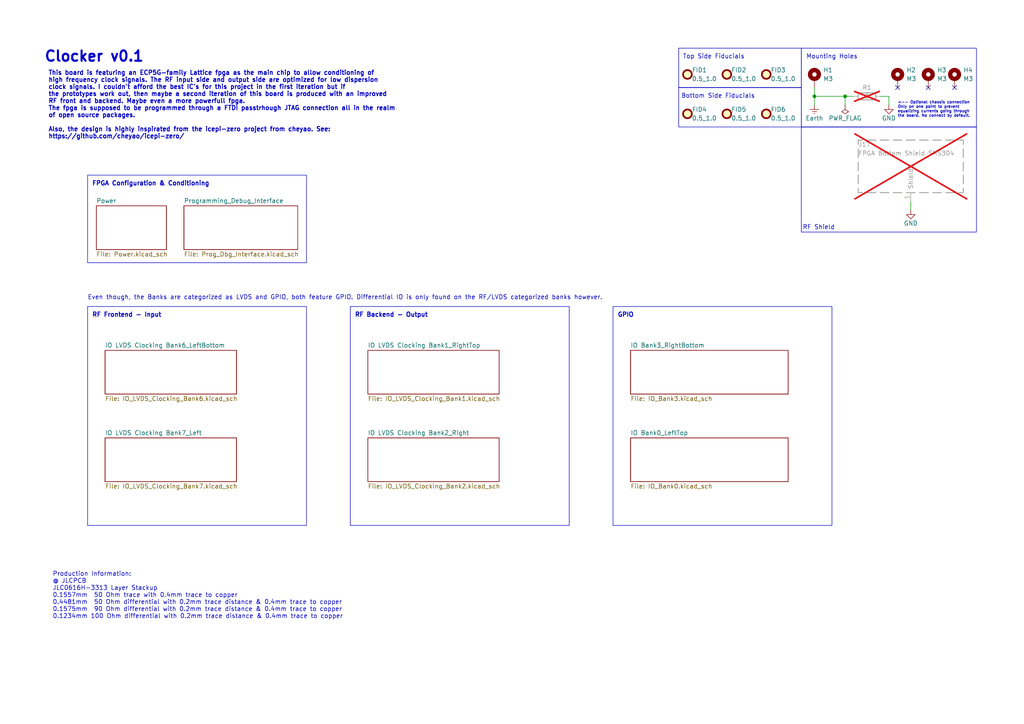
<source format=kicad_sch>
(kicad_sch (version 20250114) (generator "eeschema") (generator_version "9.0")
  (paper "A4")
  (lib_symbols
    (symbol "Device:R" (pin_numbers (hide yes)) (pin_names (offset 0))
      (property "Reference" "R" (at 2.032 0 90))
      (property "Value" "R" (at 0 0 90))
      (symbol "R_0_1"
        (rectangle (start -1.016 -2.54) (end 1.016 2.54) (stroke (width 0.254)))
      )
      (symbol "R_1_1"
        (pin passive line (at 0 3.81 270) (length 1.27) (name "~") (number "1"))
        (pin passive line (at 0 -3.81 90) (length 1.27) (name "~") (number "2"))
      )
    )
    (symbol "Device:RFShield_OnePiece" (pin_names (offset 1.016))
      (property "Reference" "J" (at 0 5.08 0))
      (property "Value" "RFShield_OnePiece" (at 0 2.54 0))
      (symbol "RFShield_OnePiece_0_1"
        (polyline (pts (xy -15.24 6.35) (xy -15.24 7.62) (xy -13.97 7.62)) (stroke (width 0.254)))
        (polyline (pts (xy -15.24 2.54) (xy -15.24 5.08)) (stroke (width 0.254)))
        (polyline (pts (xy -15.24 -1.27) (xy -15.24 1.27)) (stroke (width 0.254)))
        (polyline (pts (xy -15.24 -5.08) (xy -15.24 -2.54)) (stroke (width 0.254)))
        (polyline (pts (xy -13.97 -7.62) (xy -15.24 -7.62) (xy -15.24 -6.35)) (stroke (width 0.254)))
        (polyline (pts (xy -12.7 7.62) (xy -10.16 7.62)) (stroke (width 0.254)))
        (polyline (pts (xy -10.16 -7.62) (xy -12.7 -7.62)) (stroke (width 0.254)))
        (polyline (pts (xy -6.35 7.62) (xy -8.89 7.62)) (stroke (width 0.254)))
        (polyline (pts (xy -6.35 -7.62) (xy -8.89 -7.62)) (stroke (width 0.254)))
        (polyline (pts (xy -2.54 7.62) (xy -5.08 7.62)) (stroke (width 0.254)))
        (polyline (pts (xy -2.54 -7.62) (xy -5.08 -7.62)) (stroke (width 0.254)))
        (polyline (pts (xy -1.27 -7.62) (xy 1.27 -7.62)) (stroke (width 0.254)))
        (polyline (pts (xy 1.27 7.62) (xy -1.27 7.62)) (stroke (width 0.254)))
        (polyline (pts (xy 2.54 -7.62) (xy 5.08 -7.62)) (stroke (width 0.254)))
        (polyline (pts (xy 5.08 7.62) (xy 2.54 7.62)) (stroke (width 0.254)))
        (polyline (pts (xy 6.35 -7.62) (xy 8.89 -7.62)) (stroke (width 0.254)))
        (polyline (pts (xy 8.89 7.62) (xy 6.35 7.62)) (stroke (width 0.254)))
        (polyline (pts (xy 10.16 -7.62) (xy 12.7 -7.62)) (stroke (width 0.254)))
        (polyline (pts (xy 12.7 7.62) (xy 10.16 7.62)) (stroke (width 0.254)))
        (polyline (pts (xy 13.97 -7.62) (xy 15.24 -7.62) (xy 15.24 -6.35)) (stroke (width 0.254)))
        (polyline (pts (xy 15.24 6.35) (xy 15.24 7.62) (xy 13.97 7.62)) (stroke (width 0.254)))
        (polyline (pts (xy 15.24 2.54) (xy 15.24 5.08)) (stroke (width 0.254)))
        (polyline (pts (xy 15.24 -1.27) (xy 15.24 1.27)) (stroke (width 0.254)))
        (polyline (pts (xy 15.24 -5.08) (xy 15.24 -2.54)) (stroke (width 0.254)))
      )
      (symbol "RFShield_OnePiece_1_1"
        (pin passive line (at 0 -10.16 90) (length 2.54) (name "Shield") (number "1"))
      )
    )
    (symbol "Mechanical:Fiducial" (in_bom no)
      (property "Reference" "FID" (at 0 5.08 0))
      (property "Value" "Fiducial" (at 0 3.175 0))
      (symbol "Fiducial_0_1"
        (circle (center 0 0) (radius 1.27) (stroke (width 0.508)) (fill (type background)))
      )
    )
    (symbol "Mechanical:MountingHole_Pad" (pin_numbers (hide yes)) (pin_names (offset 1.016) (hide yes)) (in_bom no)
      (property "Reference" "H" (at 0 6.35 0))
      (property "Value" "MountingHole_Pad" (at 0 4.445 0))
      (symbol "MountingHole_Pad_0_1"
        (circle (center 0 1.27) (radius 1.27) (stroke (width 1.27)))
      )
      (symbol "MountingHole_Pad_1_1"
        (pin input line (at 0 -2.54 90) (length 2.54) (name "1") (number "1"))
      )
    )
    (symbol "power:Earth" (power) (pin_numbers (hide yes)) (pin_names (offset 0) (hide yes))
      (property "Value" "Earth" (at 0 -3.81 0))
      (symbol "Earth_0_1"
        (polyline (pts (xy -0.635 -1.905) (xy 0.635 -1.905)))
        (polyline (pts (xy -0.127 -2.54) (xy 0.127 -2.54)))
        (polyline (pts (xy 0 -1.27) (xy 0 0)))
        (polyline (pts (xy 1.27 -1.27) (xy -1.27 -1.27)))
      )
      (symbol "Earth_1_1"
        (pin power_in line (at 0 0 270) (length 0) (name "~") (number "1"))
      )
    )
    (symbol "power:GND" (power) (pin_numbers (hide yes)) (pin_names (offset 0) (hide yes))
      (property "Value" "GND" (at 0 -3.81 0))
      (symbol "GND_0_1"
        (polyline (pts (xy 0 0) (xy 0 -1.27) (xy 1.27 -1.27) (xy 0 -2.54) (xy -1.27 -1.27) (xy 0 -1.27)))
      )
      (symbol "GND_1_1"
        (pin power_in line (at 0 0 270) (length 0) (name "~") (number "1"))
      )
    )
    (symbol "power:PWR_FLAG" (power) (pin_numbers (hide yes)) (pin_names (offset 0) (hide yes))
      (property "Value" "PWR_FLAG" (at 0 3.81 0))
      (symbol "PWR_FLAG_0_0"
        (pin power_out line (at 0 0 90) (length 0) (name "~") (number "1"))
      )
      (symbol "PWR_FLAG_0_1"
        (polyline (pts (xy 0 0) (xy 0 1.27) (xy -1.016 1.905) (xy 0 2.54) (xy 1.016 1.905) (xy 0 1.27)))
      )
    )
  )
  (rectangle (start 196.85 13.97) (end 232.41 25.4))
  (rectangle (start 177.8 88.9) (end 241.3 152.4))
  (rectangle (start 196.85 25.4) (end 232.41 36.83))
  (rectangle (start 232.41 13.97) (end 283.21 36.83))
  (rectangle (start 25.4 88.9) (end 88.9 152.4))
  (rectangle (start 101.6 88.9) (end 165.1 152.4))
  (rectangle (start 232.41 36.83) (end 283.21 67.31))
  (rectangle (start 25.4 50.8) (end 88.9 76.2))
  (text "Clocker v0.1" (at 12.7 16.51 0) (effects (font (size 3 3) (thickness 0.6) (bold yes)) (justify left)))
  (text "RF Frontend - Input" (at 26.67 91.44 0) (effects (font (size 1.27 1.27) (thickness 0.254) (bold yes)) (justify left)))
  (text "This board is featuring an ECP5G-family Lattice fpga as the main chip to allow conditioning of\nhigh frequency clock signals. The RF input side and output side are optimized for low dispersion\nclock signals. I couldn't afford the best IC's for this project in the first iteration but if\nthe prototypes work out, then maybe a second iteration of this board is produced with an improved\nRF front and backend. Maybe even a more powerfull fpga.\nThe fpga is supposed to be programmed through a FTDI passtrhough JTAG connection all in the realm\nof open source packages.\n\nAlso, the design is highly inspirated from the icepi-zero project from cheyao. See:\nhttps://github.com/cheyao/icepi-zero/\n" (at 13.97 30.48 0) (effects (font (size 1.27 1.27) (thickness 0.254) (bold yes)) (justify left)))
  (text "Mounting Holes" (at 241.3 16.51 0) (effects (font (size 1.27 1.27))))
  (text "FPGA Configuration & Conditioning" (at 26.67 53.34 0) (effects (font (size 1.27 1.27) (thickness 0.254) (bold yes)) (justify left)))
  (text "Top Side Fiducials" (at 207.01 16.51 0) (effects (font (size 1.27 1.27))))
  (text "RF Backend - Output" (at 102.87 91.44 0) (effects (font (size 1.27 1.27) (thickness 0.254) (bold yes)) (justify left)))
  (text "Even though, the Banks are categorized as LVDS and GPIO, both feature GPIO. Differential IO is only found on the RF/LVDS categorized banks however." (at 25.4 86.36 0) (effects (font (size 1.27 1.27)) (justify left)))
  (text "Bottom Side Fiducials" (at 208.28 27.94 0) (effects (font (size 1.27 1.27))))
  (text "GPIO" (at 179.07 91.44 0) (effects (font (size 1.27 1.27) (thickness 0.254) (bold yes)) (justify left)))
  (text "<-- Optional chassis connection\nOnly on one point to prevent\nequalizing currents going through\nthe board. No connect by default." (at 260.35 31.75 0) (effects (font (size 0.8 0.8)) (justify left)))
  (text "Production Information:\n@ JLCPCB\nJLC0616H-3313 Layer Stackup\n0.1557mm  50 Ohm trace with 0.4mm trace to copper\n0.4481mm  50 Ohm differential with 0.2mm trace distance & 0.4mm trace to copper\n0.1575mm  90 Ohm differential with 0.2mm trace distance & 0.4mm trace to copper\n0.1234mm 100 Ohm differential with 0.2mm trace distance & 0.4mm trace to copper" (at 15.24 172.72 0) (effects (font (size 1.27 1.27)) (justify left)))
  (text "RF Shield" (at 237.49 66.04 0) (effects (font (size 1.27 1.27))))
  (junction (at 236.22 27.94))
  (junction (at 245.11 27.94))
  (no_connect (at 269.24 25.4))
  (no_connect (at 276.86 25.4))
  (no_connect (at 260.35 25.4))
  (wire (pts (xy 245.11 27.94) (xy 245.11 30.48)))
  (wire (pts (xy 264.16 58.42) (xy 264.16 60.96)))
  (wire (pts (xy 236.22 27.94) (xy 236.22 30.48)))
  (wire (pts (xy 236.22 27.94) (xy 245.11 27.94)))
  (wire (pts (xy 255.27 27.94) (xy 257.81 27.94)))
  (wire (pts (xy 257.81 27.94) (xy 257.81 30.48)))
  (wire (pts (xy 245.11 27.94) (xy 247.65 27.94)))
  (wire (pts (xy 236.22 25.4) (xy 236.22 27.94)))
  (symbol (lib_id "power:PWR_FLAG") (at 245.11 30.48 180) (unit 1)
    (property "Reference" "#FLG09" (effects (hide yes)))
    (property "Value" "PWR_FLAG" (at 245.11 34.29 0))
    (property "Description" "Special symbol for telling ERC where power comes from" (effects (hide yes)))
  )
  (symbol (lib_id "Mechanical:Fiducial") (at 199.39 33.02 0) (unit 1) (in_bom no)
    (property "Reference" "FID4" (at 200.66 31.7499 0) (effects (justify left)))
    (property "Value" "0.5_1.0" (at 200.66 34.2899 0) (effects (justify left)))
    (property "Footprint" "Fiducial:Fiducial_0.5mm_Mask1mm" (effects (hide yes)))
    (property "Description" "Fiducial Marker" (effects (hide yes)))
  )
  (symbol (lib_id "Mechanical:MountingHole_Pad") (at 260.35 22.86 0) (unit 1) (in_bom no)
    (property "Reference" "H2" (at 262.89 20.3199 0) (effects (justify left)))
    (property "Value" "M3" (at 262.89 22.8599 0) (effects (justify left)))
    (property "Footprint" "MountingHole:MountingHole_3.2mm_M3_DIN965_Pad_TopBottom" (effects (hide yes)))
    (property "Description" "Mounting Hole with connection" (effects (hide yes)))
  )
  (symbol (lib_id "Mechanical:MountingHole_Pad") (at 236.22 22.86 0) (unit 1) (in_bom no)
    (property "Reference" "H1" (at 238.76 20.3199 0) (effects (justify left)))
    (property "Value" "M3" (at 238.76 22.8599 0) (effects (justify left)))
    (property "Footprint" "MountingHole:MountingHole_3.2mm_M3_DIN965_Pad_TopBottom" (effects (hide yes)))
    (property "Description" "Mounting Hole with connection" (effects (hide yes)))
  )
  (symbol (lib_id "Device:RFShield_OnePiece") (at 264.16 48.26 0) (unit 1) (dnp yes)
    (property "Reference" "J17" (at 248.92 41.9099 0) (effects (justify left)))
    (property "Value" "FPGA Bottom Shield SMS304" (at 248.92 44.4499 0) (effects (justify left)))
    (property "Footprint" "1_Footprint_Library:SMS304" (effects (hide yes)))
    (property "Description" "One-piece EMI RF shielding cabinet" (effects (hide yes)))
  )
  (symbol (lib_id "Mechanical:MountingHole_Pad") (at 276.86 22.86 0) (unit 1) (in_bom no)
    (property "Reference" "H4" (at 279.4 20.3199 0) (effects (justify left)))
    (property "Value" "M3" (at 279.4 22.8599 0) (effects (justify left)))
    (property "Footprint" "MountingHole:MountingHole_3.2mm_M3_DIN965_Pad_TopBottom" (effects (hide yes)))
    (property "Description" "Mounting Hole with connection" (effects (hide yes)))
  )
  (symbol (lib_id "Mechanical:Fiducial") (at 199.39 21.59 0) (unit 1) (in_bom no)
    (property "Reference" "FID1" (at 200.66 20.3199 0) (effects (justify left)))
    (property "Value" "0.5_1.0" (at 200.66 22.8599 0) (effects (justify left)))
    (property "Footprint" "Fiducial:Fiducial_0.5mm_Mask1mm" (effects (hide yes)))
    (property "Description" "Fiducial Marker" (effects (hide yes)))
  )
  (symbol (lib_id "power:GND") (at 257.81 30.48 0) (unit 1)
    (property "Reference" "#PWR02" (effects (hide yes)))
    (property "Value" "GND" (at 257.81 34.29 0))
    (property "Description" "Power symbol creates a global label with name \"GND\" , ground" (effects (hide yes)))
  )
  (symbol (lib_id "power:GND") (at 264.16 60.96 0) (unit 1)
    (property "Reference" "#PWR0297" (effects (hide yes)))
    (property "Value" "GND" (at 264.16 64.77 0))
    (property "Description" "Power symbol creates a global label with name \"GND\" , ground" (effects (hide yes)))
  )
  (symbol (lib_id "Mechanical:Fiducial") (at 210.82 33.02 0) (unit 1) (in_bom no)
    (property "Reference" "FID5" (at 212.09 31.7499 0) (effects (justify left)))
    (property "Value" "0.5_1.0" (at 212.09 34.2899 0) (effects (justify left)))
    (property "Footprint" "Fiducial:Fiducial_0.5mm_Mask1mm" (effects (hide yes)))
    (property "Description" "Fiducial Marker" (effects (hide yes)))
  )
  (symbol (lib_id "Mechanical:MountingHole_Pad") (at 269.24 22.86 0) (unit 1) (in_bom no)
    (property "Reference" "H3" (at 271.78 20.3199 0) (effects (justify left)))
    (property "Value" "M3" (at 271.78 22.8599 0) (effects (justify left)))
    (property "Footprint" "MountingHole:MountingHole_3.2mm_M3_DIN965_Pad_TopBottom" (effects (hide yes)))
    (property "Description" "Mounting Hole with connection" (effects (hide yes)))
  )
  (symbol (lib_id "Mechanical:Fiducial") (at 210.82 21.59 0) (unit 1) (in_bom no)
    (property "Reference" "FID2" (at 212.09 20.3199 0) (effects (justify left)))
    (property "Value" "0.5_1.0" (at 212.09 22.8599 0) (effects (justify left)))
    (property "Footprint" "Fiducial:Fiducial_0.5mm_Mask1mm" (effects (hide yes)))
    (property "Description" "Fiducial Marker" (effects (hide yes)))
  )
  (symbol (lib_id "Mechanical:Fiducial") (at 222.25 21.59 0) (unit 1) (in_bom no)
    (property "Reference" "FID3" (at 223.52 20.3199 0) (effects (justify left)))
    (property "Value" "0.5_1.0" (at 223.52 22.8599 0) (effects (justify left)))
    (property "Footprint" "Fiducial:Fiducial_0.5mm_Mask1mm" (effects (hide yes)))
    (property "Description" "Fiducial Marker" (effects (hide yes)))
  )
  (symbol (lib_id "Mechanical:Fiducial") (at 222.25 33.02 0) (unit 1) (in_bom no)
    (property "Reference" "FID6" (at 223.52 31.7499 0) (effects (justify left)))
    (property "Value" "0.5_1.0" (at 223.52 34.2899 0) (effects (justify left)))
    (property "Footprint" "Fiducial:Fiducial_0.5mm_Mask1mm" (effects (hide yes)))
    (property "Description" "Fiducial Marker" (effects (hide yes)))
  )
  (symbol (lib_id "power:Earth") (at 236.22 30.48 0) (unit 1)
    (property "Reference" "#PWR01" (effects (hide yes)))
    (property "Value" "Earth" (at 236.22 34.29 0))
    (property "Description" "Power symbol creates a global label with name \"Earth\"" (effects (hide yes)))
  )
  (symbol (lib_id "Device:R") (at 251.46 27.94 90) (unit 1) (dnp yes)
    (property "Reference" "R1" (at 251.46 25.4 90))
    (property "Value" "0" (at 251.46 27.94 90))
    (property "Footprint" "Resistor_SMD:R_0603_1608Metric_Pad0.98x0.95mm_HandSolder" (effects (hide yes)))
    (property "Description" "Resistor" (effects (hide yes)))
  )
  (sheet (at 182.88 127) (size 45.72 12.7) (stroke (width 0.1524))
    (property "Sheetname" "IO Bank0_LeftTop" (at 182.88 126.2884 0) (effects (justify left bottom)))
    (property "Sheetfile" "IO_Bank0.kicad_sch" (at 182.88 140.2846 0) (effects (justify left top)))
  )
  (sheet (at 106.68 127) (size 38.1 12.7) (stroke (width 0.1524))
    (property "Sheetname" "IO LVDS Clocking Bank2_Right" (at 106.68 126.2884 0) (effects (justify left bottom)))
    (property "Sheetfile" "IO_LVDS_Clocking_Bank2.kicad_sch" (at 106.68 140.2846 0) (effects (justify left top)))
  )
  (sheet (at 30.48 101.6) (size 38.1 12.7) (stroke (width 0.1524))
    (property "Sheetname" "IO LVDS Clocking Bank6_LeftBottom" (at 30.48 100.8884 0) (effects (justify left bottom)))
    (property "Sheetfile" "IO_LVDS_Clocking_Bank6.kicad_sch" (at 30.48 114.8846 0) (effects (justify left top)))
  )
  (sheet (at 53.34 59.69) (size 33.02 12.7) (stroke (width 0.1524))
    (property "Sheetname" "Programming_Debug_Interface" (at 53.34 58.9784 0) (effects (justify left bottom)))
    (property "Sheetfile" "Prog_Dbg_Interface.kicad_sch" (at 53.34 72.9746 0) (effects (justify left top)))
  )
  (sheet (at 27.94 59.69) (size 20.32 12.7) (stroke (width 0.1524))
    (property "Sheetname" "Power" (at 27.94 58.9784 0) (effects (justify left bottom)))
    (property "Sheetfile" "Power.kicad_sch" (at 27.94 72.9746 0) (effects (justify left top)))
  )
  (sheet (at 106.68 101.6) (size 38.1 12.7) (stroke (width 0.1524))
    (property "Sheetname" "IO LVDS Clocking Bank1_RightTop" (at 106.68 100.8884 0) (effects (justify left bottom)))
    (property "Sheetfile" "IO_LVDS_Clocking_Bank1.kicad_sch" (at 106.68 114.8846 0) (effects (justify left top)))
  )
  (sheet (at 30.48 127) (size 38.1 12.7) (stroke (width 0.1524))
    (property "Sheetname" "IO LVDS Clocking Bank7_Left" (at 30.48 126.2884 0) (effects (justify left bottom)))
    (property "Sheetfile" "IO_LVDS_Clocking_Bank7.kicad_sch" (at 30.48 140.2846 0) (effects (justify left top)))
  )
  (sheet (at 182.88 101.6) (size 45.72 12.7) (stroke (width 0.1524))
    (property "Sheetname" "IO Bank3_RightBottom" (at 182.88 100.8884 0) (effects (justify left bottom)))
    (property "Sheetfile" "IO_Bank3.kicad_sch" (at 182.88 114.8846 0) (effects (justify left top)))
  )
)
</source>
